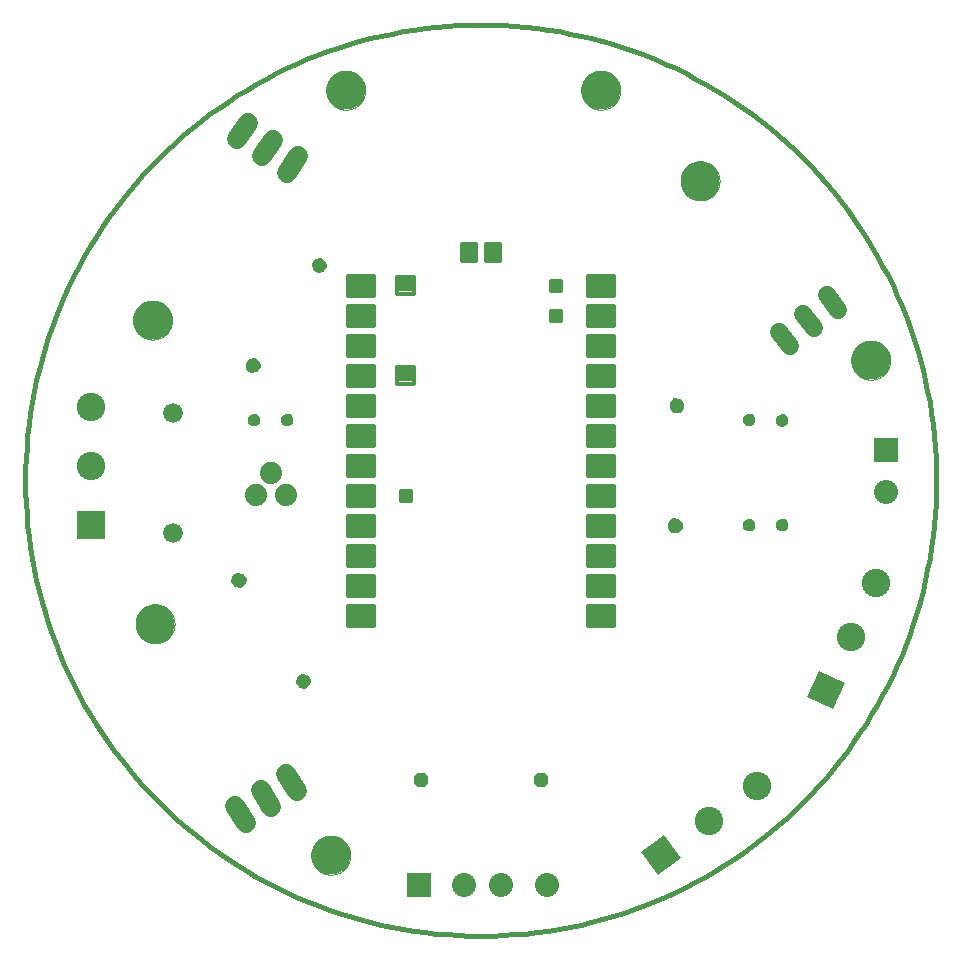
<source format=gts>
G75*
%MOIN*%
%OFA0B0*%
%FSLAX25Y25*%
%IPPOS*%
%LPD*%
%AMOC8*
5,1,8,0,0,1.08239X$1,22.5*
%
%ADD10C,0.01600*%
%ADD11C,0.00500*%
%ADD12C,0.06600*%
%ADD13R,0.08000X0.08000*%
%ADD14C,0.08000*%
%ADD15R,0.08000X0.08000*%
%ADD16R,0.09500X0.09500*%
%ADD17C,0.09500*%
%ADD18R,0.09500X0.09500*%
%ADD19C,0.06600*%
%ADD20C,0.00000*%
%ADD21C,0.13000*%
%ADD22C,0.00960*%
%ADD23OC8,0.04800*%
%ADD24C,0.00900*%
%ADD25C,0.01400*%
%ADD26C,0.01200*%
%ADD27C,0.07400*%
%ADD28C,0.06000*%
D10*
X0109422Y0105422D02*
X0117822Y0105422D01*
X0109422Y0105422D02*
X0109422Y0111822D01*
X0117822Y0111822D01*
X0117822Y0105422D01*
X0117822Y0107021D02*
X0109422Y0107021D01*
X0109422Y0108620D02*
X0117822Y0108620D01*
X0117822Y0110219D02*
X0109422Y0110219D01*
X0109422Y0111818D02*
X0117822Y0111818D01*
X0117822Y0115422D02*
X0109422Y0115422D01*
X0109422Y0121822D01*
X0117822Y0121822D01*
X0117822Y0115422D01*
X0117822Y0117021D02*
X0109422Y0117021D01*
X0109422Y0118620D02*
X0117822Y0118620D01*
X0117822Y0120219D02*
X0109422Y0120219D01*
X0109422Y0121818D02*
X0117822Y0121818D01*
X0117822Y0125422D02*
X0109422Y0125422D01*
X0109422Y0131822D01*
X0117822Y0131822D01*
X0117822Y0125422D01*
X0117822Y0127021D02*
X0109422Y0127021D01*
X0109422Y0128620D02*
X0117822Y0128620D01*
X0117822Y0130219D02*
X0109422Y0130219D01*
X0109422Y0131818D02*
X0117822Y0131818D01*
X0117822Y0135422D02*
X0109422Y0135422D01*
X0109422Y0141822D01*
X0117822Y0141822D01*
X0117822Y0135422D01*
X0117822Y0137021D02*
X0109422Y0137021D01*
X0109422Y0138620D02*
X0117822Y0138620D01*
X0117822Y0140219D02*
X0109422Y0140219D01*
X0109422Y0141818D02*
X0117822Y0141818D01*
X0117822Y0145422D02*
X0109422Y0145422D01*
X0109422Y0151822D01*
X0117822Y0151822D01*
X0117822Y0145422D01*
X0117822Y0147021D02*
X0109422Y0147021D01*
X0109422Y0148620D02*
X0117822Y0148620D01*
X0117822Y0150219D02*
X0109422Y0150219D01*
X0109422Y0151818D02*
X0117822Y0151818D01*
X0117822Y0155422D02*
X0109422Y0155422D01*
X0109422Y0161822D01*
X0117822Y0161822D01*
X0117822Y0155422D01*
X0117822Y0157021D02*
X0109422Y0157021D01*
X0109422Y0158620D02*
X0117822Y0158620D01*
X0117822Y0160219D02*
X0109422Y0160219D01*
X0109422Y0161818D02*
X0117822Y0161818D01*
X0117822Y0165422D02*
X0109422Y0165422D01*
X0109422Y0171822D01*
X0117822Y0171822D01*
X0117822Y0165422D01*
X0117822Y0167021D02*
X0109422Y0167021D01*
X0109422Y0168620D02*
X0117822Y0168620D01*
X0117822Y0170219D02*
X0109422Y0170219D01*
X0109422Y0171818D02*
X0117822Y0171818D01*
X0117822Y0175422D02*
X0109422Y0175422D01*
X0109422Y0181822D01*
X0117822Y0181822D01*
X0117822Y0175422D01*
X0117822Y0177021D02*
X0109422Y0177021D01*
X0109422Y0178620D02*
X0117822Y0178620D01*
X0117822Y0180219D02*
X0109422Y0180219D01*
X0109422Y0181818D02*
X0117822Y0181818D01*
X0117822Y0185422D02*
X0109422Y0185422D01*
X0109422Y0191822D01*
X0117822Y0191822D01*
X0117822Y0185422D01*
X0117822Y0187021D02*
X0109422Y0187021D01*
X0109422Y0188620D02*
X0117822Y0188620D01*
X0117822Y0190219D02*
X0109422Y0190219D01*
X0109422Y0191818D02*
X0117822Y0191818D01*
X0117822Y0195422D02*
X0109422Y0195422D01*
X0109422Y0201822D01*
X0117822Y0201822D01*
X0117822Y0195422D01*
X0117822Y0197021D02*
X0109422Y0197021D01*
X0109422Y0198620D02*
X0117822Y0198620D01*
X0117822Y0200219D02*
X0109422Y0200219D01*
X0109422Y0201818D02*
X0117822Y0201818D01*
X0117822Y0205422D02*
X0109422Y0205422D01*
X0109422Y0211822D01*
X0117822Y0211822D01*
X0117822Y0205422D01*
X0117822Y0207021D02*
X0109422Y0207021D01*
X0109422Y0208620D02*
X0117822Y0208620D01*
X0117822Y0210219D02*
X0109422Y0210219D01*
X0109422Y0211818D02*
X0117822Y0211818D01*
X0117822Y0215422D02*
X0109422Y0215422D01*
X0109422Y0221822D01*
X0117822Y0221822D01*
X0117822Y0215422D01*
X0117822Y0217021D02*
X0109422Y0217021D01*
X0109422Y0218620D02*
X0117822Y0218620D01*
X0117822Y0220219D02*
X0109422Y0220219D01*
X0109422Y0221818D02*
X0117822Y0221818D01*
X0001800Y0153622D02*
X0001846Y0157348D01*
X0001983Y0161072D01*
X0002211Y0164791D01*
X0002531Y0168503D01*
X0002942Y0172207D01*
X0003443Y0175899D01*
X0004035Y0179578D01*
X0004717Y0183241D01*
X0005489Y0186886D01*
X0006350Y0190512D01*
X0007300Y0194115D01*
X0008337Y0197694D01*
X0009463Y0201246D01*
X0010675Y0204769D01*
X0011973Y0208262D01*
X0013357Y0211722D01*
X0014825Y0215147D01*
X0016377Y0218534D01*
X0018011Y0221883D01*
X0019727Y0225190D01*
X0021524Y0228455D01*
X0023400Y0231674D01*
X0025355Y0234846D01*
X0027387Y0237970D01*
X0029495Y0241042D01*
X0031677Y0244062D01*
X0033934Y0247028D01*
X0036262Y0249937D01*
X0038661Y0252788D01*
X0041129Y0255579D01*
X0043665Y0258309D01*
X0046268Y0260976D01*
X0048935Y0263579D01*
X0051665Y0266115D01*
X0054456Y0268583D01*
X0057307Y0270982D01*
X0060216Y0273310D01*
X0063182Y0275567D01*
X0066202Y0277749D01*
X0069274Y0279857D01*
X0072398Y0281889D01*
X0075570Y0283844D01*
X0078789Y0285720D01*
X0082054Y0287517D01*
X0085361Y0289233D01*
X0088710Y0290867D01*
X0092097Y0292419D01*
X0095522Y0293887D01*
X0098982Y0295271D01*
X0102475Y0296569D01*
X0105998Y0297781D01*
X0109550Y0298907D01*
X0113129Y0299944D01*
X0116732Y0300894D01*
X0120358Y0301755D01*
X0124003Y0302527D01*
X0127666Y0303209D01*
X0131345Y0303801D01*
X0135037Y0304302D01*
X0138741Y0304713D01*
X0142453Y0305033D01*
X0146172Y0305261D01*
X0149896Y0305398D01*
X0153622Y0305444D01*
X0157348Y0305398D01*
X0161072Y0305261D01*
X0164791Y0305033D01*
X0168503Y0304713D01*
X0172207Y0304302D01*
X0175899Y0303801D01*
X0179578Y0303209D01*
X0183241Y0302527D01*
X0186886Y0301755D01*
X0190512Y0300894D01*
X0194115Y0299944D01*
X0197694Y0298907D01*
X0201246Y0297781D01*
X0204769Y0296569D01*
X0208262Y0295271D01*
X0211722Y0293887D01*
X0215147Y0292419D01*
X0218534Y0290867D01*
X0221883Y0289233D01*
X0225190Y0287517D01*
X0228455Y0285720D01*
X0231674Y0283844D01*
X0234846Y0281889D01*
X0237970Y0279857D01*
X0241042Y0277749D01*
X0244062Y0275567D01*
X0247028Y0273310D01*
X0249937Y0270982D01*
X0252788Y0268583D01*
X0255579Y0266115D01*
X0258309Y0263579D01*
X0260976Y0260976D01*
X0263579Y0258309D01*
X0266115Y0255579D01*
X0268583Y0252788D01*
X0270982Y0249937D01*
X0273310Y0247028D01*
X0275567Y0244062D01*
X0277749Y0241042D01*
X0279857Y0237970D01*
X0281889Y0234846D01*
X0283844Y0231674D01*
X0285720Y0228455D01*
X0287517Y0225190D01*
X0289233Y0221883D01*
X0290867Y0218534D01*
X0292419Y0215147D01*
X0293887Y0211722D01*
X0295271Y0208262D01*
X0296569Y0204769D01*
X0297781Y0201246D01*
X0298907Y0197694D01*
X0299944Y0194115D01*
X0300894Y0190512D01*
X0301755Y0186886D01*
X0302527Y0183241D01*
X0303209Y0179578D01*
X0303801Y0175899D01*
X0304302Y0172207D01*
X0304713Y0168503D01*
X0305033Y0164791D01*
X0305261Y0161072D01*
X0305398Y0157348D01*
X0305444Y0153622D01*
X0305398Y0149896D01*
X0305261Y0146172D01*
X0305033Y0142453D01*
X0304713Y0138741D01*
X0304302Y0135037D01*
X0303801Y0131345D01*
X0303209Y0127666D01*
X0302527Y0124003D01*
X0301755Y0120358D01*
X0300894Y0116732D01*
X0299944Y0113129D01*
X0298907Y0109550D01*
X0297781Y0105998D01*
X0296569Y0102475D01*
X0295271Y0098982D01*
X0293887Y0095522D01*
X0292419Y0092097D01*
X0290867Y0088710D01*
X0289233Y0085361D01*
X0287517Y0082054D01*
X0285720Y0078789D01*
X0283844Y0075570D01*
X0281889Y0072398D01*
X0279857Y0069274D01*
X0277749Y0066202D01*
X0275567Y0063182D01*
X0273310Y0060216D01*
X0270982Y0057307D01*
X0268583Y0054456D01*
X0266115Y0051665D01*
X0263579Y0048935D01*
X0260976Y0046268D01*
X0258309Y0043665D01*
X0255579Y0041129D01*
X0252788Y0038661D01*
X0249937Y0036262D01*
X0247028Y0033934D01*
X0244062Y0031677D01*
X0241042Y0029495D01*
X0237970Y0027387D01*
X0234846Y0025355D01*
X0231674Y0023400D01*
X0228455Y0021524D01*
X0225190Y0019727D01*
X0221883Y0018011D01*
X0218534Y0016377D01*
X0215147Y0014825D01*
X0211722Y0013357D01*
X0208262Y0011973D01*
X0204769Y0010675D01*
X0201246Y0009463D01*
X0197694Y0008337D01*
X0194115Y0007300D01*
X0190512Y0006350D01*
X0186886Y0005489D01*
X0183241Y0004717D01*
X0179578Y0004035D01*
X0175899Y0003443D01*
X0172207Y0002942D01*
X0168503Y0002531D01*
X0164791Y0002211D01*
X0161072Y0001983D01*
X0157348Y0001846D01*
X0153622Y0001800D01*
X0149896Y0001846D01*
X0146172Y0001983D01*
X0142453Y0002211D01*
X0138741Y0002531D01*
X0135037Y0002942D01*
X0131345Y0003443D01*
X0127666Y0004035D01*
X0124003Y0004717D01*
X0120358Y0005489D01*
X0116732Y0006350D01*
X0113129Y0007300D01*
X0109550Y0008337D01*
X0105998Y0009463D01*
X0102475Y0010675D01*
X0098982Y0011973D01*
X0095522Y0013357D01*
X0092097Y0014825D01*
X0088710Y0016377D01*
X0085361Y0018011D01*
X0082054Y0019727D01*
X0078789Y0021524D01*
X0075570Y0023400D01*
X0072398Y0025355D01*
X0069274Y0027387D01*
X0066202Y0029495D01*
X0063182Y0031677D01*
X0060216Y0033934D01*
X0057307Y0036262D01*
X0054456Y0038661D01*
X0051665Y0041129D01*
X0048935Y0043665D01*
X0046268Y0046268D01*
X0043665Y0048935D01*
X0041129Y0051665D01*
X0038661Y0054456D01*
X0036262Y0057307D01*
X0033934Y0060216D01*
X0031677Y0063182D01*
X0029495Y0066202D01*
X0027387Y0069274D01*
X0025355Y0072398D01*
X0023400Y0075570D01*
X0021524Y0078789D01*
X0019727Y0082054D01*
X0018011Y0085361D01*
X0016377Y0088710D01*
X0014825Y0092097D01*
X0013357Y0095522D01*
X0011973Y0098982D01*
X0010675Y0102475D01*
X0009463Y0105998D01*
X0008337Y0109550D01*
X0007300Y0113129D01*
X0006350Y0116732D01*
X0005489Y0120358D01*
X0004717Y0124003D01*
X0004035Y0127666D01*
X0003443Y0131345D01*
X0002942Y0135037D01*
X0002531Y0138741D01*
X0002211Y0142453D01*
X0001983Y0146172D01*
X0001846Y0149896D01*
X0001800Y0153622D01*
X0189422Y0145422D02*
X0197822Y0145422D01*
X0189422Y0145422D02*
X0189422Y0151822D01*
X0197822Y0151822D01*
X0197822Y0145422D01*
X0197822Y0147021D02*
X0189422Y0147021D01*
X0189422Y0148620D02*
X0197822Y0148620D01*
X0197822Y0150219D02*
X0189422Y0150219D01*
X0189422Y0151818D02*
X0197822Y0151818D01*
X0197822Y0155422D02*
X0189422Y0155422D01*
X0189422Y0161822D01*
X0197822Y0161822D01*
X0197822Y0155422D01*
X0197822Y0157021D02*
X0189422Y0157021D01*
X0189422Y0158620D02*
X0197822Y0158620D01*
X0197822Y0160219D02*
X0189422Y0160219D01*
X0189422Y0161818D02*
X0197822Y0161818D01*
X0197822Y0165422D02*
X0189422Y0165422D01*
X0189422Y0171822D01*
X0197822Y0171822D01*
X0197822Y0165422D01*
X0197822Y0167021D02*
X0189422Y0167021D01*
X0189422Y0168620D02*
X0197822Y0168620D01*
X0197822Y0170219D02*
X0189422Y0170219D01*
X0189422Y0171818D02*
X0197822Y0171818D01*
X0197822Y0175422D02*
X0189422Y0175422D01*
X0189422Y0181822D01*
X0197822Y0181822D01*
X0197822Y0175422D01*
X0197822Y0177021D02*
X0189422Y0177021D01*
X0189422Y0178620D02*
X0197822Y0178620D01*
X0197822Y0180219D02*
X0189422Y0180219D01*
X0189422Y0181818D02*
X0197822Y0181818D01*
X0197822Y0185422D02*
X0189422Y0185422D01*
X0189422Y0191822D01*
X0197822Y0191822D01*
X0197822Y0185422D01*
X0197822Y0187021D02*
X0189422Y0187021D01*
X0189422Y0188620D02*
X0197822Y0188620D01*
X0197822Y0190219D02*
X0189422Y0190219D01*
X0189422Y0191818D02*
X0197822Y0191818D01*
X0197822Y0195422D02*
X0189422Y0195422D01*
X0189422Y0201822D01*
X0197822Y0201822D01*
X0197822Y0195422D01*
X0197822Y0197021D02*
X0189422Y0197021D01*
X0189422Y0198620D02*
X0197822Y0198620D01*
X0197822Y0200219D02*
X0189422Y0200219D01*
X0189422Y0201818D02*
X0197822Y0201818D01*
X0197822Y0205422D02*
X0189422Y0205422D01*
X0189422Y0211822D01*
X0197822Y0211822D01*
X0197822Y0205422D01*
X0197822Y0207021D02*
X0189422Y0207021D01*
X0189422Y0208620D02*
X0197822Y0208620D01*
X0197822Y0210219D02*
X0189422Y0210219D01*
X0189422Y0211818D02*
X0197822Y0211818D01*
X0197822Y0215422D02*
X0189422Y0215422D01*
X0189422Y0221822D01*
X0197822Y0221822D01*
X0197822Y0215422D01*
X0197822Y0217021D02*
X0189422Y0217021D01*
X0189422Y0218620D02*
X0197822Y0218620D01*
X0197822Y0220219D02*
X0189422Y0220219D01*
X0189422Y0221818D02*
X0197822Y0221818D01*
X0197822Y0135422D02*
X0189422Y0135422D01*
X0189422Y0141822D01*
X0197822Y0141822D01*
X0197822Y0135422D01*
X0197822Y0137021D02*
X0189422Y0137021D01*
X0189422Y0138620D02*
X0197822Y0138620D01*
X0197822Y0140219D02*
X0189422Y0140219D01*
X0189422Y0141818D02*
X0197822Y0141818D01*
X0197822Y0125422D02*
X0189422Y0125422D01*
X0189422Y0131822D01*
X0197822Y0131822D01*
X0197822Y0125422D01*
X0197822Y0127021D02*
X0189422Y0127021D01*
X0189422Y0128620D02*
X0197822Y0128620D01*
X0197822Y0130219D02*
X0189422Y0130219D01*
X0189422Y0131818D02*
X0197822Y0131818D01*
X0197822Y0115422D02*
X0189422Y0115422D01*
X0189422Y0121822D01*
X0197822Y0121822D01*
X0197822Y0115422D01*
X0197822Y0117021D02*
X0189422Y0117021D01*
X0189422Y0118620D02*
X0197822Y0118620D01*
X0197822Y0120219D02*
X0189422Y0120219D01*
X0189422Y0121818D02*
X0197822Y0121818D01*
X0197822Y0105422D02*
X0189422Y0105422D01*
X0189422Y0111822D01*
X0197822Y0111822D01*
X0197822Y0105422D01*
X0197822Y0107021D02*
X0189422Y0107021D01*
X0189422Y0108620D02*
X0197822Y0108620D01*
X0197822Y0110219D02*
X0189422Y0110219D01*
X0189422Y0111818D02*
X0197822Y0111818D01*
D11*
X0241529Y0137824D02*
X0241394Y0138182D01*
X0241342Y0138562D01*
X0241377Y0138963D01*
X0241501Y0139345D01*
X0241706Y0139691D01*
X0241983Y0139982D01*
X0242318Y0140205D01*
X0242694Y0140347D01*
X0243092Y0140402D01*
X0243485Y0140351D01*
X0243857Y0140214D01*
X0244189Y0139997D01*
X0244465Y0139712D01*
X0244670Y0139373D01*
X0244794Y0138997D01*
X0244832Y0138602D01*
X0244786Y0138219D01*
X0244655Y0137855D01*
X0244447Y0137530D01*
X0244171Y0137259D01*
X0243842Y0137056D01*
X0243477Y0136932D01*
X0243092Y0136892D01*
X0242711Y0136926D01*
X0242346Y0137044D01*
X0242017Y0137240D01*
X0241740Y0137504D01*
X0241529Y0137824D01*
X0241430Y0138086D02*
X0244738Y0138086D01*
X0244830Y0138585D02*
X0241344Y0138585D01*
X0241416Y0139083D02*
X0244766Y0139083D01*
X0244543Y0139582D02*
X0241641Y0139582D01*
X0242131Y0140080D02*
X0244061Y0140080D01*
X0244484Y0137588D02*
X0241685Y0137588D01*
X0242270Y0137089D02*
X0243896Y0137089D01*
X0252414Y0138182D02*
X0252362Y0138562D01*
X0252397Y0138963D01*
X0252521Y0139345D01*
X0252726Y0139691D01*
X0253003Y0139982D01*
X0253338Y0140205D01*
X0253714Y0140347D01*
X0254112Y0140402D01*
X0254505Y0140351D01*
X0254877Y0140214D01*
X0255209Y0139997D01*
X0255485Y0139712D01*
X0255690Y0139373D01*
X0255814Y0138997D01*
X0255852Y0138602D01*
X0255806Y0138219D01*
X0255675Y0137855D01*
X0255467Y0137530D01*
X0255191Y0137259D01*
X0254862Y0137056D01*
X0254497Y0136932D01*
X0254112Y0136892D01*
X0253731Y0136926D01*
X0253366Y0137044D01*
X0253037Y0137240D01*
X0252760Y0137504D01*
X0252549Y0137824D01*
X0252414Y0138182D01*
X0252450Y0138086D02*
X0255758Y0138086D01*
X0255850Y0138585D02*
X0252364Y0138585D01*
X0252436Y0139083D02*
X0255786Y0139083D01*
X0255564Y0139582D02*
X0252661Y0139582D01*
X0253151Y0140080D02*
X0255081Y0140080D01*
X0255504Y0137588D02*
X0252705Y0137588D01*
X0253290Y0137089D02*
X0254916Y0137089D01*
X0254072Y0171768D02*
X0254457Y0171799D01*
X0254825Y0171915D01*
X0255159Y0172110D01*
X0255440Y0172375D01*
X0255656Y0172695D01*
X0255795Y0173056D01*
X0255850Y0173438D01*
X0255821Y0173833D01*
X0255705Y0174212D01*
X0255508Y0174556D01*
X0255239Y0174847D01*
X0254912Y0175071D01*
X0254543Y0175217D01*
X0254151Y0175277D01*
X0253752Y0175231D01*
X0253373Y0175097D01*
X0253033Y0174882D01*
X0252749Y0174598D01*
X0252536Y0174257D01*
X0252404Y0173877D01*
X0252360Y0173477D01*
X0252403Y0173097D01*
X0252530Y0172735D01*
X0252734Y0172411D01*
X0253005Y0172140D01*
X0253329Y0171937D01*
X0253691Y0171810D01*
X0254072Y0171768D01*
X0253252Y0171985D02*
X0254945Y0171985D01*
X0255513Y0172484D02*
X0252688Y0172484D01*
X0252443Y0172982D02*
X0255766Y0172982D01*
X0255847Y0173481D02*
X0252360Y0173481D01*
X0252440Y0173979D02*
X0255777Y0173979D01*
X0255553Y0174478D02*
X0252674Y0174478D01*
X0253181Y0174976D02*
X0255051Y0174976D01*
X0244804Y0174083D02*
X0244833Y0173688D01*
X0244777Y0173306D01*
X0244639Y0172945D01*
X0244423Y0172625D01*
X0244141Y0172360D01*
X0243808Y0172165D01*
X0243440Y0172049D01*
X0243054Y0172018D01*
X0242674Y0172060D01*
X0242312Y0172187D01*
X0241988Y0172390D01*
X0241717Y0172661D01*
X0241513Y0172985D01*
X0241386Y0173347D01*
X0241343Y0173727D01*
X0241387Y0174127D01*
X0241519Y0174507D01*
X0241732Y0174848D01*
X0242016Y0175132D01*
X0242356Y0175347D01*
X0242735Y0175481D01*
X0243134Y0175527D01*
X0243526Y0175467D01*
X0243895Y0175321D01*
X0244222Y0175097D01*
X0244490Y0174806D01*
X0244688Y0174462D01*
X0244804Y0174083D01*
X0244811Y0173979D02*
X0241371Y0173979D01*
X0241371Y0173481D02*
X0244803Y0173481D01*
X0244653Y0172982D02*
X0241515Y0172982D01*
X0241894Y0172484D02*
X0244273Y0172484D01*
X0244679Y0174478D02*
X0241509Y0174478D01*
X0241860Y0174976D02*
X0244333Y0174976D01*
X0243475Y0175475D02*
X0242717Y0175475D01*
X0090852Y0173602D02*
X0090806Y0173219D01*
X0090675Y0172855D01*
X0090467Y0172530D01*
X0090191Y0172259D01*
X0089862Y0172056D01*
X0089497Y0171932D01*
X0089112Y0171892D01*
X0088731Y0171926D01*
X0088366Y0172044D01*
X0088037Y0172240D01*
X0087760Y0172504D01*
X0087549Y0172824D01*
X0087414Y0173182D01*
X0087362Y0173562D01*
X0087397Y0173963D01*
X0087521Y0174345D01*
X0087726Y0174691D01*
X0088003Y0174982D01*
X0088338Y0175205D01*
X0088714Y0175347D01*
X0089112Y0175402D01*
X0089505Y0175351D01*
X0089877Y0175214D01*
X0090209Y0174997D01*
X0090485Y0174712D01*
X0090690Y0174373D01*
X0090814Y0173997D01*
X0090852Y0173602D01*
X0090837Y0173481D02*
X0087374Y0173481D01*
X0087403Y0173979D02*
X0090816Y0173979D01*
X0090627Y0174478D02*
X0087599Y0174478D01*
X0087997Y0174976D02*
X0090229Y0174976D01*
X0090721Y0172982D02*
X0087490Y0172982D01*
X0087782Y0172484D02*
X0090420Y0172484D01*
X0089653Y0171985D02*
X0088548Y0171985D01*
X0079786Y0173219D02*
X0079655Y0172855D01*
X0079447Y0172530D01*
X0079171Y0172259D01*
X0078842Y0172056D01*
X0078477Y0171932D01*
X0078092Y0171892D01*
X0077711Y0171926D01*
X0077346Y0172044D01*
X0077017Y0172240D01*
X0076740Y0172504D01*
X0076529Y0172824D01*
X0076394Y0173182D01*
X0076342Y0173562D01*
X0076377Y0173963D01*
X0076501Y0174345D01*
X0076706Y0174691D01*
X0076983Y0174982D01*
X0077318Y0175205D01*
X0077694Y0175347D01*
X0078092Y0175402D01*
X0078485Y0175351D01*
X0078857Y0175214D01*
X0079189Y0174997D01*
X0079465Y0174712D01*
X0079670Y0174373D01*
X0079794Y0173997D01*
X0079832Y0173602D01*
X0079786Y0173219D01*
X0079701Y0172982D02*
X0076469Y0172982D01*
X0076353Y0173481D02*
X0079817Y0173481D01*
X0079796Y0173979D02*
X0076383Y0173979D01*
X0076579Y0174478D02*
X0079606Y0174478D01*
X0079209Y0174976D02*
X0076977Y0174976D01*
X0076762Y0172484D02*
X0079400Y0172484D01*
X0078633Y0171985D02*
X0077528Y0171985D01*
D12*
X0051122Y0176122D03*
X0051122Y0136122D03*
D13*
G36*
X0284672Y0159574D02*
X0284574Y0167572D01*
X0292572Y0167670D01*
X0292670Y0159672D01*
X0284672Y0159574D01*
G37*
D14*
X0288791Y0149844D03*
X0175661Y0018622D03*
X0160481Y0018622D03*
X0148102Y0018622D03*
D15*
X0132922Y0018622D03*
D16*
X0023622Y0138622D03*
D17*
X0023622Y0158307D03*
X0023622Y0177992D03*
X0229608Y0040109D03*
X0245594Y0051596D03*
X0276973Y0101448D03*
X0285323Y0119275D03*
D18*
G36*
X0274938Y0085908D02*
X0270908Y0077306D01*
X0262306Y0081336D01*
X0266336Y0089938D01*
X0274938Y0085908D01*
G37*
G36*
X0220251Y0027537D02*
X0212537Y0021993D01*
X0206993Y0029707D01*
X0214707Y0035251D01*
X0220251Y0027537D01*
G37*
D19*
X0075343Y0039370D02*
X0071806Y0044942D01*
X0080250Y0050300D02*
X0083786Y0044728D01*
X0092229Y0050086D02*
X0088693Y0055659D01*
X0088982Y0256127D02*
X0092644Y0261618D01*
X0084324Y0267167D02*
X0080662Y0261676D01*
X0072343Y0267224D02*
X0076005Y0272715D01*
D20*
X0102122Y0283622D02*
X0102124Y0283783D01*
X0102130Y0283943D01*
X0102140Y0284104D01*
X0102154Y0284264D01*
X0102172Y0284424D01*
X0102193Y0284583D01*
X0102219Y0284742D01*
X0102249Y0284900D01*
X0102282Y0285057D01*
X0102320Y0285214D01*
X0102361Y0285369D01*
X0102406Y0285523D01*
X0102455Y0285676D01*
X0102508Y0285828D01*
X0102564Y0285979D01*
X0102625Y0286128D01*
X0102688Y0286276D01*
X0102756Y0286422D01*
X0102827Y0286566D01*
X0102901Y0286708D01*
X0102979Y0286849D01*
X0103061Y0286987D01*
X0103146Y0287124D01*
X0103234Y0287258D01*
X0103326Y0287390D01*
X0103421Y0287520D01*
X0103519Y0287648D01*
X0103620Y0287773D01*
X0103724Y0287895D01*
X0103831Y0288015D01*
X0103941Y0288132D01*
X0104054Y0288247D01*
X0104170Y0288358D01*
X0104289Y0288467D01*
X0104410Y0288572D01*
X0104534Y0288675D01*
X0104660Y0288775D01*
X0104788Y0288871D01*
X0104919Y0288964D01*
X0105053Y0289054D01*
X0105188Y0289141D01*
X0105326Y0289224D01*
X0105465Y0289304D01*
X0105607Y0289380D01*
X0105750Y0289453D01*
X0105895Y0289522D01*
X0106042Y0289588D01*
X0106190Y0289650D01*
X0106340Y0289708D01*
X0106491Y0289763D01*
X0106644Y0289814D01*
X0106798Y0289861D01*
X0106953Y0289904D01*
X0107109Y0289943D01*
X0107265Y0289979D01*
X0107423Y0290010D01*
X0107581Y0290038D01*
X0107740Y0290062D01*
X0107900Y0290082D01*
X0108060Y0290098D01*
X0108220Y0290110D01*
X0108381Y0290118D01*
X0108542Y0290122D01*
X0108702Y0290122D01*
X0108863Y0290118D01*
X0109024Y0290110D01*
X0109184Y0290098D01*
X0109344Y0290082D01*
X0109504Y0290062D01*
X0109663Y0290038D01*
X0109821Y0290010D01*
X0109979Y0289979D01*
X0110135Y0289943D01*
X0110291Y0289904D01*
X0110446Y0289861D01*
X0110600Y0289814D01*
X0110753Y0289763D01*
X0110904Y0289708D01*
X0111054Y0289650D01*
X0111202Y0289588D01*
X0111349Y0289522D01*
X0111494Y0289453D01*
X0111637Y0289380D01*
X0111779Y0289304D01*
X0111918Y0289224D01*
X0112056Y0289141D01*
X0112191Y0289054D01*
X0112325Y0288964D01*
X0112456Y0288871D01*
X0112584Y0288775D01*
X0112710Y0288675D01*
X0112834Y0288572D01*
X0112955Y0288467D01*
X0113074Y0288358D01*
X0113190Y0288247D01*
X0113303Y0288132D01*
X0113413Y0288015D01*
X0113520Y0287895D01*
X0113624Y0287773D01*
X0113725Y0287648D01*
X0113823Y0287520D01*
X0113918Y0287390D01*
X0114010Y0287258D01*
X0114098Y0287124D01*
X0114183Y0286987D01*
X0114265Y0286849D01*
X0114343Y0286708D01*
X0114417Y0286566D01*
X0114488Y0286422D01*
X0114556Y0286276D01*
X0114619Y0286128D01*
X0114680Y0285979D01*
X0114736Y0285828D01*
X0114789Y0285676D01*
X0114838Y0285523D01*
X0114883Y0285369D01*
X0114924Y0285214D01*
X0114962Y0285057D01*
X0114995Y0284900D01*
X0115025Y0284742D01*
X0115051Y0284583D01*
X0115072Y0284424D01*
X0115090Y0284264D01*
X0115104Y0284104D01*
X0115114Y0283943D01*
X0115120Y0283783D01*
X0115122Y0283622D01*
X0115120Y0283461D01*
X0115114Y0283301D01*
X0115104Y0283140D01*
X0115090Y0282980D01*
X0115072Y0282820D01*
X0115051Y0282661D01*
X0115025Y0282502D01*
X0114995Y0282344D01*
X0114962Y0282187D01*
X0114924Y0282030D01*
X0114883Y0281875D01*
X0114838Y0281721D01*
X0114789Y0281568D01*
X0114736Y0281416D01*
X0114680Y0281265D01*
X0114619Y0281116D01*
X0114556Y0280968D01*
X0114488Y0280822D01*
X0114417Y0280678D01*
X0114343Y0280536D01*
X0114265Y0280395D01*
X0114183Y0280257D01*
X0114098Y0280120D01*
X0114010Y0279986D01*
X0113918Y0279854D01*
X0113823Y0279724D01*
X0113725Y0279596D01*
X0113624Y0279471D01*
X0113520Y0279349D01*
X0113413Y0279229D01*
X0113303Y0279112D01*
X0113190Y0278997D01*
X0113074Y0278886D01*
X0112955Y0278777D01*
X0112834Y0278672D01*
X0112710Y0278569D01*
X0112584Y0278469D01*
X0112456Y0278373D01*
X0112325Y0278280D01*
X0112191Y0278190D01*
X0112056Y0278103D01*
X0111918Y0278020D01*
X0111779Y0277940D01*
X0111637Y0277864D01*
X0111494Y0277791D01*
X0111349Y0277722D01*
X0111202Y0277656D01*
X0111054Y0277594D01*
X0110904Y0277536D01*
X0110753Y0277481D01*
X0110600Y0277430D01*
X0110446Y0277383D01*
X0110291Y0277340D01*
X0110135Y0277301D01*
X0109979Y0277265D01*
X0109821Y0277234D01*
X0109663Y0277206D01*
X0109504Y0277182D01*
X0109344Y0277162D01*
X0109184Y0277146D01*
X0109024Y0277134D01*
X0108863Y0277126D01*
X0108702Y0277122D01*
X0108542Y0277122D01*
X0108381Y0277126D01*
X0108220Y0277134D01*
X0108060Y0277146D01*
X0107900Y0277162D01*
X0107740Y0277182D01*
X0107581Y0277206D01*
X0107423Y0277234D01*
X0107265Y0277265D01*
X0107109Y0277301D01*
X0106953Y0277340D01*
X0106798Y0277383D01*
X0106644Y0277430D01*
X0106491Y0277481D01*
X0106340Y0277536D01*
X0106190Y0277594D01*
X0106042Y0277656D01*
X0105895Y0277722D01*
X0105750Y0277791D01*
X0105607Y0277864D01*
X0105465Y0277940D01*
X0105326Y0278020D01*
X0105188Y0278103D01*
X0105053Y0278190D01*
X0104919Y0278280D01*
X0104788Y0278373D01*
X0104660Y0278469D01*
X0104534Y0278569D01*
X0104410Y0278672D01*
X0104289Y0278777D01*
X0104170Y0278886D01*
X0104054Y0278997D01*
X0103941Y0279112D01*
X0103831Y0279229D01*
X0103724Y0279349D01*
X0103620Y0279471D01*
X0103519Y0279596D01*
X0103421Y0279724D01*
X0103326Y0279854D01*
X0103234Y0279986D01*
X0103146Y0280120D01*
X0103061Y0280257D01*
X0102979Y0280395D01*
X0102901Y0280536D01*
X0102827Y0280678D01*
X0102756Y0280822D01*
X0102688Y0280968D01*
X0102625Y0281116D01*
X0102564Y0281265D01*
X0102508Y0281416D01*
X0102455Y0281568D01*
X0102406Y0281721D01*
X0102361Y0281875D01*
X0102320Y0282030D01*
X0102282Y0282187D01*
X0102249Y0282344D01*
X0102219Y0282502D01*
X0102193Y0282661D01*
X0102172Y0282820D01*
X0102154Y0282980D01*
X0102140Y0283140D01*
X0102130Y0283301D01*
X0102124Y0283461D01*
X0102122Y0283622D01*
X0037709Y0207016D02*
X0037711Y0207177D01*
X0037717Y0207337D01*
X0037727Y0207498D01*
X0037741Y0207658D01*
X0037759Y0207818D01*
X0037780Y0207977D01*
X0037806Y0208136D01*
X0037836Y0208294D01*
X0037869Y0208451D01*
X0037907Y0208608D01*
X0037948Y0208763D01*
X0037993Y0208917D01*
X0038042Y0209070D01*
X0038095Y0209222D01*
X0038151Y0209373D01*
X0038212Y0209522D01*
X0038275Y0209670D01*
X0038343Y0209816D01*
X0038414Y0209960D01*
X0038488Y0210102D01*
X0038566Y0210243D01*
X0038648Y0210381D01*
X0038733Y0210518D01*
X0038821Y0210652D01*
X0038913Y0210784D01*
X0039008Y0210914D01*
X0039106Y0211042D01*
X0039207Y0211167D01*
X0039311Y0211289D01*
X0039418Y0211409D01*
X0039528Y0211526D01*
X0039641Y0211641D01*
X0039757Y0211752D01*
X0039876Y0211861D01*
X0039997Y0211966D01*
X0040121Y0212069D01*
X0040247Y0212169D01*
X0040375Y0212265D01*
X0040506Y0212358D01*
X0040640Y0212448D01*
X0040775Y0212535D01*
X0040913Y0212618D01*
X0041052Y0212698D01*
X0041194Y0212774D01*
X0041337Y0212847D01*
X0041482Y0212916D01*
X0041629Y0212982D01*
X0041777Y0213044D01*
X0041927Y0213102D01*
X0042078Y0213157D01*
X0042231Y0213208D01*
X0042385Y0213255D01*
X0042540Y0213298D01*
X0042696Y0213337D01*
X0042852Y0213373D01*
X0043010Y0213404D01*
X0043168Y0213432D01*
X0043327Y0213456D01*
X0043487Y0213476D01*
X0043647Y0213492D01*
X0043807Y0213504D01*
X0043968Y0213512D01*
X0044129Y0213516D01*
X0044289Y0213516D01*
X0044450Y0213512D01*
X0044611Y0213504D01*
X0044771Y0213492D01*
X0044931Y0213476D01*
X0045091Y0213456D01*
X0045250Y0213432D01*
X0045408Y0213404D01*
X0045566Y0213373D01*
X0045722Y0213337D01*
X0045878Y0213298D01*
X0046033Y0213255D01*
X0046187Y0213208D01*
X0046340Y0213157D01*
X0046491Y0213102D01*
X0046641Y0213044D01*
X0046789Y0212982D01*
X0046936Y0212916D01*
X0047081Y0212847D01*
X0047224Y0212774D01*
X0047366Y0212698D01*
X0047505Y0212618D01*
X0047643Y0212535D01*
X0047778Y0212448D01*
X0047912Y0212358D01*
X0048043Y0212265D01*
X0048171Y0212169D01*
X0048297Y0212069D01*
X0048421Y0211966D01*
X0048542Y0211861D01*
X0048661Y0211752D01*
X0048777Y0211641D01*
X0048890Y0211526D01*
X0049000Y0211409D01*
X0049107Y0211289D01*
X0049211Y0211167D01*
X0049312Y0211042D01*
X0049410Y0210914D01*
X0049505Y0210784D01*
X0049597Y0210652D01*
X0049685Y0210518D01*
X0049770Y0210381D01*
X0049852Y0210243D01*
X0049930Y0210102D01*
X0050004Y0209960D01*
X0050075Y0209816D01*
X0050143Y0209670D01*
X0050206Y0209522D01*
X0050267Y0209373D01*
X0050323Y0209222D01*
X0050376Y0209070D01*
X0050425Y0208917D01*
X0050470Y0208763D01*
X0050511Y0208608D01*
X0050549Y0208451D01*
X0050582Y0208294D01*
X0050612Y0208136D01*
X0050638Y0207977D01*
X0050659Y0207818D01*
X0050677Y0207658D01*
X0050691Y0207498D01*
X0050701Y0207337D01*
X0050707Y0207177D01*
X0050709Y0207016D01*
X0050707Y0206855D01*
X0050701Y0206695D01*
X0050691Y0206534D01*
X0050677Y0206374D01*
X0050659Y0206214D01*
X0050638Y0206055D01*
X0050612Y0205896D01*
X0050582Y0205738D01*
X0050549Y0205581D01*
X0050511Y0205424D01*
X0050470Y0205269D01*
X0050425Y0205115D01*
X0050376Y0204962D01*
X0050323Y0204810D01*
X0050267Y0204659D01*
X0050206Y0204510D01*
X0050143Y0204362D01*
X0050075Y0204216D01*
X0050004Y0204072D01*
X0049930Y0203930D01*
X0049852Y0203789D01*
X0049770Y0203651D01*
X0049685Y0203514D01*
X0049597Y0203380D01*
X0049505Y0203248D01*
X0049410Y0203118D01*
X0049312Y0202990D01*
X0049211Y0202865D01*
X0049107Y0202743D01*
X0049000Y0202623D01*
X0048890Y0202506D01*
X0048777Y0202391D01*
X0048661Y0202280D01*
X0048542Y0202171D01*
X0048421Y0202066D01*
X0048297Y0201963D01*
X0048171Y0201863D01*
X0048043Y0201767D01*
X0047912Y0201674D01*
X0047778Y0201584D01*
X0047643Y0201497D01*
X0047505Y0201414D01*
X0047366Y0201334D01*
X0047224Y0201258D01*
X0047081Y0201185D01*
X0046936Y0201116D01*
X0046789Y0201050D01*
X0046641Y0200988D01*
X0046491Y0200930D01*
X0046340Y0200875D01*
X0046187Y0200824D01*
X0046033Y0200777D01*
X0045878Y0200734D01*
X0045722Y0200695D01*
X0045566Y0200659D01*
X0045408Y0200628D01*
X0045250Y0200600D01*
X0045091Y0200576D01*
X0044931Y0200556D01*
X0044771Y0200540D01*
X0044611Y0200528D01*
X0044450Y0200520D01*
X0044289Y0200516D01*
X0044129Y0200516D01*
X0043968Y0200520D01*
X0043807Y0200528D01*
X0043647Y0200540D01*
X0043487Y0200556D01*
X0043327Y0200576D01*
X0043168Y0200600D01*
X0043010Y0200628D01*
X0042852Y0200659D01*
X0042696Y0200695D01*
X0042540Y0200734D01*
X0042385Y0200777D01*
X0042231Y0200824D01*
X0042078Y0200875D01*
X0041927Y0200930D01*
X0041777Y0200988D01*
X0041629Y0201050D01*
X0041482Y0201116D01*
X0041337Y0201185D01*
X0041194Y0201258D01*
X0041052Y0201334D01*
X0040913Y0201414D01*
X0040775Y0201497D01*
X0040640Y0201584D01*
X0040506Y0201674D01*
X0040375Y0201767D01*
X0040247Y0201863D01*
X0040121Y0201963D01*
X0039997Y0202066D01*
X0039876Y0202171D01*
X0039757Y0202280D01*
X0039641Y0202391D01*
X0039528Y0202506D01*
X0039418Y0202623D01*
X0039311Y0202743D01*
X0039207Y0202865D01*
X0039106Y0202990D01*
X0039008Y0203118D01*
X0038913Y0203248D01*
X0038821Y0203380D01*
X0038733Y0203514D01*
X0038648Y0203651D01*
X0038566Y0203789D01*
X0038488Y0203930D01*
X0038414Y0204072D01*
X0038343Y0204216D01*
X0038275Y0204362D01*
X0038212Y0204510D01*
X0038151Y0204659D01*
X0038095Y0204810D01*
X0038042Y0204962D01*
X0037993Y0205115D01*
X0037948Y0205269D01*
X0037907Y0205424D01*
X0037869Y0205581D01*
X0037836Y0205738D01*
X0037806Y0205896D01*
X0037780Y0206055D01*
X0037759Y0206214D01*
X0037741Y0206374D01*
X0037727Y0206534D01*
X0037717Y0206695D01*
X0037711Y0206855D01*
X0037709Y0207016D01*
X0038546Y0105773D02*
X0038548Y0105934D01*
X0038554Y0106094D01*
X0038564Y0106255D01*
X0038578Y0106415D01*
X0038596Y0106575D01*
X0038617Y0106734D01*
X0038643Y0106893D01*
X0038673Y0107051D01*
X0038706Y0107208D01*
X0038744Y0107365D01*
X0038785Y0107520D01*
X0038830Y0107674D01*
X0038879Y0107827D01*
X0038932Y0107979D01*
X0038988Y0108130D01*
X0039049Y0108279D01*
X0039112Y0108427D01*
X0039180Y0108573D01*
X0039251Y0108717D01*
X0039325Y0108859D01*
X0039403Y0109000D01*
X0039485Y0109138D01*
X0039570Y0109275D01*
X0039658Y0109409D01*
X0039750Y0109541D01*
X0039845Y0109671D01*
X0039943Y0109799D01*
X0040044Y0109924D01*
X0040148Y0110046D01*
X0040255Y0110166D01*
X0040365Y0110283D01*
X0040478Y0110398D01*
X0040594Y0110509D01*
X0040713Y0110618D01*
X0040834Y0110723D01*
X0040958Y0110826D01*
X0041084Y0110926D01*
X0041212Y0111022D01*
X0041343Y0111115D01*
X0041477Y0111205D01*
X0041612Y0111292D01*
X0041750Y0111375D01*
X0041889Y0111455D01*
X0042031Y0111531D01*
X0042174Y0111604D01*
X0042319Y0111673D01*
X0042466Y0111739D01*
X0042614Y0111801D01*
X0042764Y0111859D01*
X0042915Y0111914D01*
X0043068Y0111965D01*
X0043222Y0112012D01*
X0043377Y0112055D01*
X0043533Y0112094D01*
X0043689Y0112130D01*
X0043847Y0112161D01*
X0044005Y0112189D01*
X0044164Y0112213D01*
X0044324Y0112233D01*
X0044484Y0112249D01*
X0044644Y0112261D01*
X0044805Y0112269D01*
X0044966Y0112273D01*
X0045126Y0112273D01*
X0045287Y0112269D01*
X0045448Y0112261D01*
X0045608Y0112249D01*
X0045768Y0112233D01*
X0045928Y0112213D01*
X0046087Y0112189D01*
X0046245Y0112161D01*
X0046403Y0112130D01*
X0046559Y0112094D01*
X0046715Y0112055D01*
X0046870Y0112012D01*
X0047024Y0111965D01*
X0047177Y0111914D01*
X0047328Y0111859D01*
X0047478Y0111801D01*
X0047626Y0111739D01*
X0047773Y0111673D01*
X0047918Y0111604D01*
X0048061Y0111531D01*
X0048203Y0111455D01*
X0048342Y0111375D01*
X0048480Y0111292D01*
X0048615Y0111205D01*
X0048749Y0111115D01*
X0048880Y0111022D01*
X0049008Y0110926D01*
X0049134Y0110826D01*
X0049258Y0110723D01*
X0049379Y0110618D01*
X0049498Y0110509D01*
X0049614Y0110398D01*
X0049727Y0110283D01*
X0049837Y0110166D01*
X0049944Y0110046D01*
X0050048Y0109924D01*
X0050149Y0109799D01*
X0050247Y0109671D01*
X0050342Y0109541D01*
X0050434Y0109409D01*
X0050522Y0109275D01*
X0050607Y0109138D01*
X0050689Y0109000D01*
X0050767Y0108859D01*
X0050841Y0108717D01*
X0050912Y0108573D01*
X0050980Y0108427D01*
X0051043Y0108279D01*
X0051104Y0108130D01*
X0051160Y0107979D01*
X0051213Y0107827D01*
X0051262Y0107674D01*
X0051307Y0107520D01*
X0051348Y0107365D01*
X0051386Y0107208D01*
X0051419Y0107051D01*
X0051449Y0106893D01*
X0051475Y0106734D01*
X0051496Y0106575D01*
X0051514Y0106415D01*
X0051528Y0106255D01*
X0051538Y0106094D01*
X0051544Y0105934D01*
X0051546Y0105773D01*
X0051544Y0105612D01*
X0051538Y0105452D01*
X0051528Y0105291D01*
X0051514Y0105131D01*
X0051496Y0104971D01*
X0051475Y0104812D01*
X0051449Y0104653D01*
X0051419Y0104495D01*
X0051386Y0104338D01*
X0051348Y0104181D01*
X0051307Y0104026D01*
X0051262Y0103872D01*
X0051213Y0103719D01*
X0051160Y0103567D01*
X0051104Y0103416D01*
X0051043Y0103267D01*
X0050980Y0103119D01*
X0050912Y0102973D01*
X0050841Y0102829D01*
X0050767Y0102687D01*
X0050689Y0102546D01*
X0050607Y0102408D01*
X0050522Y0102271D01*
X0050434Y0102137D01*
X0050342Y0102005D01*
X0050247Y0101875D01*
X0050149Y0101747D01*
X0050048Y0101622D01*
X0049944Y0101500D01*
X0049837Y0101380D01*
X0049727Y0101263D01*
X0049614Y0101148D01*
X0049498Y0101037D01*
X0049379Y0100928D01*
X0049258Y0100823D01*
X0049134Y0100720D01*
X0049008Y0100620D01*
X0048880Y0100524D01*
X0048749Y0100431D01*
X0048615Y0100341D01*
X0048480Y0100254D01*
X0048342Y0100171D01*
X0048203Y0100091D01*
X0048061Y0100015D01*
X0047918Y0099942D01*
X0047773Y0099873D01*
X0047626Y0099807D01*
X0047478Y0099745D01*
X0047328Y0099687D01*
X0047177Y0099632D01*
X0047024Y0099581D01*
X0046870Y0099534D01*
X0046715Y0099491D01*
X0046559Y0099452D01*
X0046403Y0099416D01*
X0046245Y0099385D01*
X0046087Y0099357D01*
X0045928Y0099333D01*
X0045768Y0099313D01*
X0045608Y0099297D01*
X0045448Y0099285D01*
X0045287Y0099277D01*
X0045126Y0099273D01*
X0044966Y0099273D01*
X0044805Y0099277D01*
X0044644Y0099285D01*
X0044484Y0099297D01*
X0044324Y0099313D01*
X0044164Y0099333D01*
X0044005Y0099357D01*
X0043847Y0099385D01*
X0043689Y0099416D01*
X0043533Y0099452D01*
X0043377Y0099491D01*
X0043222Y0099534D01*
X0043068Y0099581D01*
X0042915Y0099632D01*
X0042764Y0099687D01*
X0042614Y0099745D01*
X0042466Y0099807D01*
X0042319Y0099873D01*
X0042174Y0099942D01*
X0042031Y0100015D01*
X0041889Y0100091D01*
X0041750Y0100171D01*
X0041612Y0100254D01*
X0041477Y0100341D01*
X0041343Y0100431D01*
X0041212Y0100524D01*
X0041084Y0100620D01*
X0040958Y0100720D01*
X0040834Y0100823D01*
X0040713Y0100928D01*
X0040594Y0101037D01*
X0040478Y0101148D01*
X0040365Y0101263D01*
X0040255Y0101380D01*
X0040148Y0101500D01*
X0040044Y0101622D01*
X0039943Y0101747D01*
X0039845Y0101875D01*
X0039750Y0102005D01*
X0039658Y0102137D01*
X0039570Y0102271D01*
X0039485Y0102408D01*
X0039403Y0102546D01*
X0039325Y0102687D01*
X0039251Y0102829D01*
X0039180Y0102973D01*
X0039112Y0103119D01*
X0039049Y0103267D01*
X0038988Y0103416D01*
X0038932Y0103567D01*
X0038879Y0103719D01*
X0038830Y0103872D01*
X0038785Y0104026D01*
X0038744Y0104181D01*
X0038706Y0104338D01*
X0038673Y0104495D01*
X0038643Y0104653D01*
X0038617Y0104812D01*
X0038596Y0104971D01*
X0038578Y0105131D01*
X0038564Y0105291D01*
X0038554Y0105452D01*
X0038548Y0105612D01*
X0038546Y0105773D01*
X0097122Y0028622D02*
X0097124Y0028783D01*
X0097130Y0028943D01*
X0097140Y0029104D01*
X0097154Y0029264D01*
X0097172Y0029424D01*
X0097193Y0029583D01*
X0097219Y0029742D01*
X0097249Y0029900D01*
X0097282Y0030057D01*
X0097320Y0030214D01*
X0097361Y0030369D01*
X0097406Y0030523D01*
X0097455Y0030676D01*
X0097508Y0030828D01*
X0097564Y0030979D01*
X0097625Y0031128D01*
X0097688Y0031276D01*
X0097756Y0031422D01*
X0097827Y0031566D01*
X0097901Y0031708D01*
X0097979Y0031849D01*
X0098061Y0031987D01*
X0098146Y0032124D01*
X0098234Y0032258D01*
X0098326Y0032390D01*
X0098421Y0032520D01*
X0098519Y0032648D01*
X0098620Y0032773D01*
X0098724Y0032895D01*
X0098831Y0033015D01*
X0098941Y0033132D01*
X0099054Y0033247D01*
X0099170Y0033358D01*
X0099289Y0033467D01*
X0099410Y0033572D01*
X0099534Y0033675D01*
X0099660Y0033775D01*
X0099788Y0033871D01*
X0099919Y0033964D01*
X0100053Y0034054D01*
X0100188Y0034141D01*
X0100326Y0034224D01*
X0100465Y0034304D01*
X0100607Y0034380D01*
X0100750Y0034453D01*
X0100895Y0034522D01*
X0101042Y0034588D01*
X0101190Y0034650D01*
X0101340Y0034708D01*
X0101491Y0034763D01*
X0101644Y0034814D01*
X0101798Y0034861D01*
X0101953Y0034904D01*
X0102109Y0034943D01*
X0102265Y0034979D01*
X0102423Y0035010D01*
X0102581Y0035038D01*
X0102740Y0035062D01*
X0102900Y0035082D01*
X0103060Y0035098D01*
X0103220Y0035110D01*
X0103381Y0035118D01*
X0103542Y0035122D01*
X0103702Y0035122D01*
X0103863Y0035118D01*
X0104024Y0035110D01*
X0104184Y0035098D01*
X0104344Y0035082D01*
X0104504Y0035062D01*
X0104663Y0035038D01*
X0104821Y0035010D01*
X0104979Y0034979D01*
X0105135Y0034943D01*
X0105291Y0034904D01*
X0105446Y0034861D01*
X0105600Y0034814D01*
X0105753Y0034763D01*
X0105904Y0034708D01*
X0106054Y0034650D01*
X0106202Y0034588D01*
X0106349Y0034522D01*
X0106494Y0034453D01*
X0106637Y0034380D01*
X0106779Y0034304D01*
X0106918Y0034224D01*
X0107056Y0034141D01*
X0107191Y0034054D01*
X0107325Y0033964D01*
X0107456Y0033871D01*
X0107584Y0033775D01*
X0107710Y0033675D01*
X0107834Y0033572D01*
X0107955Y0033467D01*
X0108074Y0033358D01*
X0108190Y0033247D01*
X0108303Y0033132D01*
X0108413Y0033015D01*
X0108520Y0032895D01*
X0108624Y0032773D01*
X0108725Y0032648D01*
X0108823Y0032520D01*
X0108918Y0032390D01*
X0109010Y0032258D01*
X0109098Y0032124D01*
X0109183Y0031987D01*
X0109265Y0031849D01*
X0109343Y0031708D01*
X0109417Y0031566D01*
X0109488Y0031422D01*
X0109556Y0031276D01*
X0109619Y0031128D01*
X0109680Y0030979D01*
X0109736Y0030828D01*
X0109789Y0030676D01*
X0109838Y0030523D01*
X0109883Y0030369D01*
X0109924Y0030214D01*
X0109962Y0030057D01*
X0109995Y0029900D01*
X0110025Y0029742D01*
X0110051Y0029583D01*
X0110072Y0029424D01*
X0110090Y0029264D01*
X0110104Y0029104D01*
X0110114Y0028943D01*
X0110120Y0028783D01*
X0110122Y0028622D01*
X0110120Y0028461D01*
X0110114Y0028301D01*
X0110104Y0028140D01*
X0110090Y0027980D01*
X0110072Y0027820D01*
X0110051Y0027661D01*
X0110025Y0027502D01*
X0109995Y0027344D01*
X0109962Y0027187D01*
X0109924Y0027030D01*
X0109883Y0026875D01*
X0109838Y0026721D01*
X0109789Y0026568D01*
X0109736Y0026416D01*
X0109680Y0026265D01*
X0109619Y0026116D01*
X0109556Y0025968D01*
X0109488Y0025822D01*
X0109417Y0025678D01*
X0109343Y0025536D01*
X0109265Y0025395D01*
X0109183Y0025257D01*
X0109098Y0025120D01*
X0109010Y0024986D01*
X0108918Y0024854D01*
X0108823Y0024724D01*
X0108725Y0024596D01*
X0108624Y0024471D01*
X0108520Y0024349D01*
X0108413Y0024229D01*
X0108303Y0024112D01*
X0108190Y0023997D01*
X0108074Y0023886D01*
X0107955Y0023777D01*
X0107834Y0023672D01*
X0107710Y0023569D01*
X0107584Y0023469D01*
X0107456Y0023373D01*
X0107325Y0023280D01*
X0107191Y0023190D01*
X0107056Y0023103D01*
X0106918Y0023020D01*
X0106779Y0022940D01*
X0106637Y0022864D01*
X0106494Y0022791D01*
X0106349Y0022722D01*
X0106202Y0022656D01*
X0106054Y0022594D01*
X0105904Y0022536D01*
X0105753Y0022481D01*
X0105600Y0022430D01*
X0105446Y0022383D01*
X0105291Y0022340D01*
X0105135Y0022301D01*
X0104979Y0022265D01*
X0104821Y0022234D01*
X0104663Y0022206D01*
X0104504Y0022182D01*
X0104344Y0022162D01*
X0104184Y0022146D01*
X0104024Y0022134D01*
X0103863Y0022126D01*
X0103702Y0022122D01*
X0103542Y0022122D01*
X0103381Y0022126D01*
X0103220Y0022134D01*
X0103060Y0022146D01*
X0102900Y0022162D01*
X0102740Y0022182D01*
X0102581Y0022206D01*
X0102423Y0022234D01*
X0102265Y0022265D01*
X0102109Y0022301D01*
X0101953Y0022340D01*
X0101798Y0022383D01*
X0101644Y0022430D01*
X0101491Y0022481D01*
X0101340Y0022536D01*
X0101190Y0022594D01*
X0101042Y0022656D01*
X0100895Y0022722D01*
X0100750Y0022791D01*
X0100607Y0022864D01*
X0100465Y0022940D01*
X0100326Y0023020D01*
X0100188Y0023103D01*
X0100053Y0023190D01*
X0099919Y0023280D01*
X0099788Y0023373D01*
X0099660Y0023469D01*
X0099534Y0023569D01*
X0099410Y0023672D01*
X0099289Y0023777D01*
X0099170Y0023886D01*
X0099054Y0023997D01*
X0098941Y0024112D01*
X0098831Y0024229D01*
X0098724Y0024349D01*
X0098620Y0024471D01*
X0098519Y0024596D01*
X0098421Y0024724D01*
X0098326Y0024854D01*
X0098234Y0024986D01*
X0098146Y0025120D01*
X0098061Y0025257D01*
X0097979Y0025395D01*
X0097901Y0025536D01*
X0097827Y0025678D01*
X0097756Y0025822D01*
X0097688Y0025968D01*
X0097625Y0026116D01*
X0097564Y0026265D01*
X0097508Y0026416D01*
X0097455Y0026568D01*
X0097406Y0026721D01*
X0097361Y0026875D01*
X0097320Y0027030D01*
X0097282Y0027187D01*
X0097249Y0027344D01*
X0097219Y0027502D01*
X0097193Y0027661D01*
X0097172Y0027820D01*
X0097154Y0027980D01*
X0097140Y0028140D01*
X0097130Y0028301D01*
X0097124Y0028461D01*
X0097122Y0028622D01*
X0277122Y0193622D02*
X0277124Y0193783D01*
X0277130Y0193943D01*
X0277140Y0194104D01*
X0277154Y0194264D01*
X0277172Y0194424D01*
X0277193Y0194583D01*
X0277219Y0194742D01*
X0277249Y0194900D01*
X0277282Y0195057D01*
X0277320Y0195214D01*
X0277361Y0195369D01*
X0277406Y0195523D01*
X0277455Y0195676D01*
X0277508Y0195828D01*
X0277564Y0195979D01*
X0277625Y0196128D01*
X0277688Y0196276D01*
X0277756Y0196422D01*
X0277827Y0196566D01*
X0277901Y0196708D01*
X0277979Y0196849D01*
X0278061Y0196987D01*
X0278146Y0197124D01*
X0278234Y0197258D01*
X0278326Y0197390D01*
X0278421Y0197520D01*
X0278519Y0197648D01*
X0278620Y0197773D01*
X0278724Y0197895D01*
X0278831Y0198015D01*
X0278941Y0198132D01*
X0279054Y0198247D01*
X0279170Y0198358D01*
X0279289Y0198467D01*
X0279410Y0198572D01*
X0279534Y0198675D01*
X0279660Y0198775D01*
X0279788Y0198871D01*
X0279919Y0198964D01*
X0280053Y0199054D01*
X0280188Y0199141D01*
X0280326Y0199224D01*
X0280465Y0199304D01*
X0280607Y0199380D01*
X0280750Y0199453D01*
X0280895Y0199522D01*
X0281042Y0199588D01*
X0281190Y0199650D01*
X0281340Y0199708D01*
X0281491Y0199763D01*
X0281644Y0199814D01*
X0281798Y0199861D01*
X0281953Y0199904D01*
X0282109Y0199943D01*
X0282265Y0199979D01*
X0282423Y0200010D01*
X0282581Y0200038D01*
X0282740Y0200062D01*
X0282900Y0200082D01*
X0283060Y0200098D01*
X0283220Y0200110D01*
X0283381Y0200118D01*
X0283542Y0200122D01*
X0283702Y0200122D01*
X0283863Y0200118D01*
X0284024Y0200110D01*
X0284184Y0200098D01*
X0284344Y0200082D01*
X0284504Y0200062D01*
X0284663Y0200038D01*
X0284821Y0200010D01*
X0284979Y0199979D01*
X0285135Y0199943D01*
X0285291Y0199904D01*
X0285446Y0199861D01*
X0285600Y0199814D01*
X0285753Y0199763D01*
X0285904Y0199708D01*
X0286054Y0199650D01*
X0286202Y0199588D01*
X0286349Y0199522D01*
X0286494Y0199453D01*
X0286637Y0199380D01*
X0286779Y0199304D01*
X0286918Y0199224D01*
X0287056Y0199141D01*
X0287191Y0199054D01*
X0287325Y0198964D01*
X0287456Y0198871D01*
X0287584Y0198775D01*
X0287710Y0198675D01*
X0287834Y0198572D01*
X0287955Y0198467D01*
X0288074Y0198358D01*
X0288190Y0198247D01*
X0288303Y0198132D01*
X0288413Y0198015D01*
X0288520Y0197895D01*
X0288624Y0197773D01*
X0288725Y0197648D01*
X0288823Y0197520D01*
X0288918Y0197390D01*
X0289010Y0197258D01*
X0289098Y0197124D01*
X0289183Y0196987D01*
X0289265Y0196849D01*
X0289343Y0196708D01*
X0289417Y0196566D01*
X0289488Y0196422D01*
X0289556Y0196276D01*
X0289619Y0196128D01*
X0289680Y0195979D01*
X0289736Y0195828D01*
X0289789Y0195676D01*
X0289838Y0195523D01*
X0289883Y0195369D01*
X0289924Y0195214D01*
X0289962Y0195057D01*
X0289995Y0194900D01*
X0290025Y0194742D01*
X0290051Y0194583D01*
X0290072Y0194424D01*
X0290090Y0194264D01*
X0290104Y0194104D01*
X0290114Y0193943D01*
X0290120Y0193783D01*
X0290122Y0193622D01*
X0290120Y0193461D01*
X0290114Y0193301D01*
X0290104Y0193140D01*
X0290090Y0192980D01*
X0290072Y0192820D01*
X0290051Y0192661D01*
X0290025Y0192502D01*
X0289995Y0192344D01*
X0289962Y0192187D01*
X0289924Y0192030D01*
X0289883Y0191875D01*
X0289838Y0191721D01*
X0289789Y0191568D01*
X0289736Y0191416D01*
X0289680Y0191265D01*
X0289619Y0191116D01*
X0289556Y0190968D01*
X0289488Y0190822D01*
X0289417Y0190678D01*
X0289343Y0190536D01*
X0289265Y0190395D01*
X0289183Y0190257D01*
X0289098Y0190120D01*
X0289010Y0189986D01*
X0288918Y0189854D01*
X0288823Y0189724D01*
X0288725Y0189596D01*
X0288624Y0189471D01*
X0288520Y0189349D01*
X0288413Y0189229D01*
X0288303Y0189112D01*
X0288190Y0188997D01*
X0288074Y0188886D01*
X0287955Y0188777D01*
X0287834Y0188672D01*
X0287710Y0188569D01*
X0287584Y0188469D01*
X0287456Y0188373D01*
X0287325Y0188280D01*
X0287191Y0188190D01*
X0287056Y0188103D01*
X0286918Y0188020D01*
X0286779Y0187940D01*
X0286637Y0187864D01*
X0286494Y0187791D01*
X0286349Y0187722D01*
X0286202Y0187656D01*
X0286054Y0187594D01*
X0285904Y0187536D01*
X0285753Y0187481D01*
X0285600Y0187430D01*
X0285446Y0187383D01*
X0285291Y0187340D01*
X0285135Y0187301D01*
X0284979Y0187265D01*
X0284821Y0187234D01*
X0284663Y0187206D01*
X0284504Y0187182D01*
X0284344Y0187162D01*
X0284184Y0187146D01*
X0284024Y0187134D01*
X0283863Y0187126D01*
X0283702Y0187122D01*
X0283542Y0187122D01*
X0283381Y0187126D01*
X0283220Y0187134D01*
X0283060Y0187146D01*
X0282900Y0187162D01*
X0282740Y0187182D01*
X0282581Y0187206D01*
X0282423Y0187234D01*
X0282265Y0187265D01*
X0282109Y0187301D01*
X0281953Y0187340D01*
X0281798Y0187383D01*
X0281644Y0187430D01*
X0281491Y0187481D01*
X0281340Y0187536D01*
X0281190Y0187594D01*
X0281042Y0187656D01*
X0280895Y0187722D01*
X0280750Y0187791D01*
X0280607Y0187864D01*
X0280465Y0187940D01*
X0280326Y0188020D01*
X0280188Y0188103D01*
X0280053Y0188190D01*
X0279919Y0188280D01*
X0279788Y0188373D01*
X0279660Y0188469D01*
X0279534Y0188569D01*
X0279410Y0188672D01*
X0279289Y0188777D01*
X0279170Y0188886D01*
X0279054Y0188997D01*
X0278941Y0189112D01*
X0278831Y0189229D01*
X0278724Y0189349D01*
X0278620Y0189471D01*
X0278519Y0189596D01*
X0278421Y0189724D01*
X0278326Y0189854D01*
X0278234Y0189986D01*
X0278146Y0190120D01*
X0278061Y0190257D01*
X0277979Y0190395D01*
X0277901Y0190536D01*
X0277827Y0190678D01*
X0277756Y0190822D01*
X0277688Y0190968D01*
X0277625Y0191116D01*
X0277564Y0191265D01*
X0277508Y0191416D01*
X0277455Y0191568D01*
X0277406Y0191721D01*
X0277361Y0191875D01*
X0277320Y0192030D01*
X0277282Y0192187D01*
X0277249Y0192344D01*
X0277219Y0192502D01*
X0277193Y0192661D01*
X0277172Y0192820D01*
X0277154Y0192980D01*
X0277140Y0193140D01*
X0277130Y0193301D01*
X0277124Y0193461D01*
X0277122Y0193622D01*
X0220215Y0253436D02*
X0220217Y0253597D01*
X0220223Y0253757D01*
X0220233Y0253918D01*
X0220247Y0254078D01*
X0220265Y0254238D01*
X0220286Y0254397D01*
X0220312Y0254556D01*
X0220342Y0254714D01*
X0220375Y0254871D01*
X0220413Y0255028D01*
X0220454Y0255183D01*
X0220499Y0255337D01*
X0220548Y0255490D01*
X0220601Y0255642D01*
X0220657Y0255793D01*
X0220718Y0255942D01*
X0220781Y0256090D01*
X0220849Y0256236D01*
X0220920Y0256380D01*
X0220994Y0256522D01*
X0221072Y0256663D01*
X0221154Y0256801D01*
X0221239Y0256938D01*
X0221327Y0257072D01*
X0221419Y0257204D01*
X0221514Y0257334D01*
X0221612Y0257462D01*
X0221713Y0257587D01*
X0221817Y0257709D01*
X0221924Y0257829D01*
X0222034Y0257946D01*
X0222147Y0258061D01*
X0222263Y0258172D01*
X0222382Y0258281D01*
X0222503Y0258386D01*
X0222627Y0258489D01*
X0222753Y0258589D01*
X0222881Y0258685D01*
X0223012Y0258778D01*
X0223146Y0258868D01*
X0223281Y0258955D01*
X0223419Y0259038D01*
X0223558Y0259118D01*
X0223700Y0259194D01*
X0223843Y0259267D01*
X0223988Y0259336D01*
X0224135Y0259402D01*
X0224283Y0259464D01*
X0224433Y0259522D01*
X0224584Y0259577D01*
X0224737Y0259628D01*
X0224891Y0259675D01*
X0225046Y0259718D01*
X0225202Y0259757D01*
X0225358Y0259793D01*
X0225516Y0259824D01*
X0225674Y0259852D01*
X0225833Y0259876D01*
X0225993Y0259896D01*
X0226153Y0259912D01*
X0226313Y0259924D01*
X0226474Y0259932D01*
X0226635Y0259936D01*
X0226795Y0259936D01*
X0226956Y0259932D01*
X0227117Y0259924D01*
X0227277Y0259912D01*
X0227437Y0259896D01*
X0227597Y0259876D01*
X0227756Y0259852D01*
X0227914Y0259824D01*
X0228072Y0259793D01*
X0228228Y0259757D01*
X0228384Y0259718D01*
X0228539Y0259675D01*
X0228693Y0259628D01*
X0228846Y0259577D01*
X0228997Y0259522D01*
X0229147Y0259464D01*
X0229295Y0259402D01*
X0229442Y0259336D01*
X0229587Y0259267D01*
X0229730Y0259194D01*
X0229872Y0259118D01*
X0230011Y0259038D01*
X0230149Y0258955D01*
X0230284Y0258868D01*
X0230418Y0258778D01*
X0230549Y0258685D01*
X0230677Y0258589D01*
X0230803Y0258489D01*
X0230927Y0258386D01*
X0231048Y0258281D01*
X0231167Y0258172D01*
X0231283Y0258061D01*
X0231396Y0257946D01*
X0231506Y0257829D01*
X0231613Y0257709D01*
X0231717Y0257587D01*
X0231818Y0257462D01*
X0231916Y0257334D01*
X0232011Y0257204D01*
X0232103Y0257072D01*
X0232191Y0256938D01*
X0232276Y0256801D01*
X0232358Y0256663D01*
X0232436Y0256522D01*
X0232510Y0256380D01*
X0232581Y0256236D01*
X0232649Y0256090D01*
X0232712Y0255942D01*
X0232773Y0255793D01*
X0232829Y0255642D01*
X0232882Y0255490D01*
X0232931Y0255337D01*
X0232976Y0255183D01*
X0233017Y0255028D01*
X0233055Y0254871D01*
X0233088Y0254714D01*
X0233118Y0254556D01*
X0233144Y0254397D01*
X0233165Y0254238D01*
X0233183Y0254078D01*
X0233197Y0253918D01*
X0233207Y0253757D01*
X0233213Y0253597D01*
X0233215Y0253436D01*
X0233213Y0253275D01*
X0233207Y0253115D01*
X0233197Y0252954D01*
X0233183Y0252794D01*
X0233165Y0252634D01*
X0233144Y0252475D01*
X0233118Y0252316D01*
X0233088Y0252158D01*
X0233055Y0252001D01*
X0233017Y0251844D01*
X0232976Y0251689D01*
X0232931Y0251535D01*
X0232882Y0251382D01*
X0232829Y0251230D01*
X0232773Y0251079D01*
X0232712Y0250930D01*
X0232649Y0250782D01*
X0232581Y0250636D01*
X0232510Y0250492D01*
X0232436Y0250350D01*
X0232358Y0250209D01*
X0232276Y0250071D01*
X0232191Y0249934D01*
X0232103Y0249800D01*
X0232011Y0249668D01*
X0231916Y0249538D01*
X0231818Y0249410D01*
X0231717Y0249285D01*
X0231613Y0249163D01*
X0231506Y0249043D01*
X0231396Y0248926D01*
X0231283Y0248811D01*
X0231167Y0248700D01*
X0231048Y0248591D01*
X0230927Y0248486D01*
X0230803Y0248383D01*
X0230677Y0248283D01*
X0230549Y0248187D01*
X0230418Y0248094D01*
X0230284Y0248004D01*
X0230149Y0247917D01*
X0230011Y0247834D01*
X0229872Y0247754D01*
X0229730Y0247678D01*
X0229587Y0247605D01*
X0229442Y0247536D01*
X0229295Y0247470D01*
X0229147Y0247408D01*
X0228997Y0247350D01*
X0228846Y0247295D01*
X0228693Y0247244D01*
X0228539Y0247197D01*
X0228384Y0247154D01*
X0228228Y0247115D01*
X0228072Y0247079D01*
X0227914Y0247048D01*
X0227756Y0247020D01*
X0227597Y0246996D01*
X0227437Y0246976D01*
X0227277Y0246960D01*
X0227117Y0246948D01*
X0226956Y0246940D01*
X0226795Y0246936D01*
X0226635Y0246936D01*
X0226474Y0246940D01*
X0226313Y0246948D01*
X0226153Y0246960D01*
X0225993Y0246976D01*
X0225833Y0246996D01*
X0225674Y0247020D01*
X0225516Y0247048D01*
X0225358Y0247079D01*
X0225202Y0247115D01*
X0225046Y0247154D01*
X0224891Y0247197D01*
X0224737Y0247244D01*
X0224584Y0247295D01*
X0224433Y0247350D01*
X0224283Y0247408D01*
X0224135Y0247470D01*
X0223988Y0247536D01*
X0223843Y0247605D01*
X0223700Y0247678D01*
X0223558Y0247754D01*
X0223419Y0247834D01*
X0223281Y0247917D01*
X0223146Y0248004D01*
X0223012Y0248094D01*
X0222881Y0248187D01*
X0222753Y0248283D01*
X0222627Y0248383D01*
X0222503Y0248486D01*
X0222382Y0248591D01*
X0222263Y0248700D01*
X0222147Y0248811D01*
X0222034Y0248926D01*
X0221924Y0249043D01*
X0221817Y0249163D01*
X0221713Y0249285D01*
X0221612Y0249410D01*
X0221514Y0249538D01*
X0221419Y0249668D01*
X0221327Y0249800D01*
X0221239Y0249934D01*
X0221154Y0250071D01*
X0221072Y0250209D01*
X0220994Y0250350D01*
X0220920Y0250492D01*
X0220849Y0250636D01*
X0220781Y0250782D01*
X0220718Y0250930D01*
X0220657Y0251079D01*
X0220601Y0251230D01*
X0220548Y0251382D01*
X0220499Y0251535D01*
X0220454Y0251689D01*
X0220413Y0251844D01*
X0220375Y0252001D01*
X0220342Y0252158D01*
X0220312Y0252316D01*
X0220286Y0252475D01*
X0220265Y0252634D01*
X0220247Y0252794D01*
X0220233Y0252954D01*
X0220223Y0253115D01*
X0220217Y0253275D01*
X0220215Y0253436D01*
X0187122Y0283622D02*
X0187124Y0283783D01*
X0187130Y0283943D01*
X0187140Y0284104D01*
X0187154Y0284264D01*
X0187172Y0284424D01*
X0187193Y0284583D01*
X0187219Y0284742D01*
X0187249Y0284900D01*
X0187282Y0285057D01*
X0187320Y0285214D01*
X0187361Y0285369D01*
X0187406Y0285523D01*
X0187455Y0285676D01*
X0187508Y0285828D01*
X0187564Y0285979D01*
X0187625Y0286128D01*
X0187688Y0286276D01*
X0187756Y0286422D01*
X0187827Y0286566D01*
X0187901Y0286708D01*
X0187979Y0286849D01*
X0188061Y0286987D01*
X0188146Y0287124D01*
X0188234Y0287258D01*
X0188326Y0287390D01*
X0188421Y0287520D01*
X0188519Y0287648D01*
X0188620Y0287773D01*
X0188724Y0287895D01*
X0188831Y0288015D01*
X0188941Y0288132D01*
X0189054Y0288247D01*
X0189170Y0288358D01*
X0189289Y0288467D01*
X0189410Y0288572D01*
X0189534Y0288675D01*
X0189660Y0288775D01*
X0189788Y0288871D01*
X0189919Y0288964D01*
X0190053Y0289054D01*
X0190188Y0289141D01*
X0190326Y0289224D01*
X0190465Y0289304D01*
X0190607Y0289380D01*
X0190750Y0289453D01*
X0190895Y0289522D01*
X0191042Y0289588D01*
X0191190Y0289650D01*
X0191340Y0289708D01*
X0191491Y0289763D01*
X0191644Y0289814D01*
X0191798Y0289861D01*
X0191953Y0289904D01*
X0192109Y0289943D01*
X0192265Y0289979D01*
X0192423Y0290010D01*
X0192581Y0290038D01*
X0192740Y0290062D01*
X0192900Y0290082D01*
X0193060Y0290098D01*
X0193220Y0290110D01*
X0193381Y0290118D01*
X0193542Y0290122D01*
X0193702Y0290122D01*
X0193863Y0290118D01*
X0194024Y0290110D01*
X0194184Y0290098D01*
X0194344Y0290082D01*
X0194504Y0290062D01*
X0194663Y0290038D01*
X0194821Y0290010D01*
X0194979Y0289979D01*
X0195135Y0289943D01*
X0195291Y0289904D01*
X0195446Y0289861D01*
X0195600Y0289814D01*
X0195753Y0289763D01*
X0195904Y0289708D01*
X0196054Y0289650D01*
X0196202Y0289588D01*
X0196349Y0289522D01*
X0196494Y0289453D01*
X0196637Y0289380D01*
X0196779Y0289304D01*
X0196918Y0289224D01*
X0197056Y0289141D01*
X0197191Y0289054D01*
X0197325Y0288964D01*
X0197456Y0288871D01*
X0197584Y0288775D01*
X0197710Y0288675D01*
X0197834Y0288572D01*
X0197955Y0288467D01*
X0198074Y0288358D01*
X0198190Y0288247D01*
X0198303Y0288132D01*
X0198413Y0288015D01*
X0198520Y0287895D01*
X0198624Y0287773D01*
X0198725Y0287648D01*
X0198823Y0287520D01*
X0198918Y0287390D01*
X0199010Y0287258D01*
X0199098Y0287124D01*
X0199183Y0286987D01*
X0199265Y0286849D01*
X0199343Y0286708D01*
X0199417Y0286566D01*
X0199488Y0286422D01*
X0199556Y0286276D01*
X0199619Y0286128D01*
X0199680Y0285979D01*
X0199736Y0285828D01*
X0199789Y0285676D01*
X0199838Y0285523D01*
X0199883Y0285369D01*
X0199924Y0285214D01*
X0199962Y0285057D01*
X0199995Y0284900D01*
X0200025Y0284742D01*
X0200051Y0284583D01*
X0200072Y0284424D01*
X0200090Y0284264D01*
X0200104Y0284104D01*
X0200114Y0283943D01*
X0200120Y0283783D01*
X0200122Y0283622D01*
X0200120Y0283461D01*
X0200114Y0283301D01*
X0200104Y0283140D01*
X0200090Y0282980D01*
X0200072Y0282820D01*
X0200051Y0282661D01*
X0200025Y0282502D01*
X0199995Y0282344D01*
X0199962Y0282187D01*
X0199924Y0282030D01*
X0199883Y0281875D01*
X0199838Y0281721D01*
X0199789Y0281568D01*
X0199736Y0281416D01*
X0199680Y0281265D01*
X0199619Y0281116D01*
X0199556Y0280968D01*
X0199488Y0280822D01*
X0199417Y0280678D01*
X0199343Y0280536D01*
X0199265Y0280395D01*
X0199183Y0280257D01*
X0199098Y0280120D01*
X0199010Y0279986D01*
X0198918Y0279854D01*
X0198823Y0279724D01*
X0198725Y0279596D01*
X0198624Y0279471D01*
X0198520Y0279349D01*
X0198413Y0279229D01*
X0198303Y0279112D01*
X0198190Y0278997D01*
X0198074Y0278886D01*
X0197955Y0278777D01*
X0197834Y0278672D01*
X0197710Y0278569D01*
X0197584Y0278469D01*
X0197456Y0278373D01*
X0197325Y0278280D01*
X0197191Y0278190D01*
X0197056Y0278103D01*
X0196918Y0278020D01*
X0196779Y0277940D01*
X0196637Y0277864D01*
X0196494Y0277791D01*
X0196349Y0277722D01*
X0196202Y0277656D01*
X0196054Y0277594D01*
X0195904Y0277536D01*
X0195753Y0277481D01*
X0195600Y0277430D01*
X0195446Y0277383D01*
X0195291Y0277340D01*
X0195135Y0277301D01*
X0194979Y0277265D01*
X0194821Y0277234D01*
X0194663Y0277206D01*
X0194504Y0277182D01*
X0194344Y0277162D01*
X0194184Y0277146D01*
X0194024Y0277134D01*
X0193863Y0277126D01*
X0193702Y0277122D01*
X0193542Y0277122D01*
X0193381Y0277126D01*
X0193220Y0277134D01*
X0193060Y0277146D01*
X0192900Y0277162D01*
X0192740Y0277182D01*
X0192581Y0277206D01*
X0192423Y0277234D01*
X0192265Y0277265D01*
X0192109Y0277301D01*
X0191953Y0277340D01*
X0191798Y0277383D01*
X0191644Y0277430D01*
X0191491Y0277481D01*
X0191340Y0277536D01*
X0191190Y0277594D01*
X0191042Y0277656D01*
X0190895Y0277722D01*
X0190750Y0277791D01*
X0190607Y0277864D01*
X0190465Y0277940D01*
X0190326Y0278020D01*
X0190188Y0278103D01*
X0190053Y0278190D01*
X0189919Y0278280D01*
X0189788Y0278373D01*
X0189660Y0278469D01*
X0189534Y0278569D01*
X0189410Y0278672D01*
X0189289Y0278777D01*
X0189170Y0278886D01*
X0189054Y0278997D01*
X0188941Y0279112D01*
X0188831Y0279229D01*
X0188724Y0279349D01*
X0188620Y0279471D01*
X0188519Y0279596D01*
X0188421Y0279724D01*
X0188326Y0279854D01*
X0188234Y0279986D01*
X0188146Y0280120D01*
X0188061Y0280257D01*
X0187979Y0280395D01*
X0187901Y0280536D01*
X0187827Y0280678D01*
X0187756Y0280822D01*
X0187688Y0280968D01*
X0187625Y0281116D01*
X0187564Y0281265D01*
X0187508Y0281416D01*
X0187455Y0281568D01*
X0187406Y0281721D01*
X0187361Y0281875D01*
X0187320Y0282030D01*
X0187282Y0282187D01*
X0187249Y0282344D01*
X0187219Y0282502D01*
X0187193Y0282661D01*
X0187172Y0282820D01*
X0187154Y0282980D01*
X0187140Y0283140D01*
X0187130Y0283301D01*
X0187124Y0283461D01*
X0187122Y0283622D01*
D21*
X0193622Y0283622D03*
X0226715Y0253436D03*
X0283622Y0193622D03*
X0108622Y0283622D03*
X0044209Y0207016D03*
X0045046Y0105773D03*
X0103622Y0028622D03*
D22*
X0094282Y0085208D02*
X0094762Y0084728D01*
X0093209Y0085069D01*
X0092353Y0086409D01*
X0092694Y0087962D01*
X0094034Y0088818D01*
X0095587Y0088477D01*
X0096443Y0087137D01*
X0096102Y0085584D01*
X0094762Y0084728D01*
X0094625Y0085495D01*
X0093655Y0085708D01*
X0093120Y0086546D01*
X0093333Y0087516D01*
X0094171Y0088051D01*
X0095141Y0087838D01*
X0095676Y0087000D01*
X0095463Y0086030D01*
X0094625Y0085495D01*
X0094489Y0086262D01*
X0094101Y0086348D01*
X0093887Y0086682D01*
X0093973Y0087070D01*
X0094307Y0087284D01*
X0094695Y0087198D01*
X0094909Y0086864D01*
X0094823Y0086476D01*
X0094489Y0086262D01*
X0072731Y0118906D02*
X0073211Y0118426D01*
X0071658Y0118767D01*
X0070802Y0120107D01*
X0071143Y0121660D01*
X0072483Y0122516D01*
X0074036Y0122175D01*
X0074892Y0120835D01*
X0074551Y0119282D01*
X0073211Y0118426D01*
X0073074Y0119193D01*
X0072104Y0119406D01*
X0071569Y0120244D01*
X0071782Y0121214D01*
X0072620Y0121749D01*
X0073590Y0121536D01*
X0074125Y0120698D01*
X0073912Y0119728D01*
X0073074Y0119193D01*
X0072938Y0119960D01*
X0072550Y0120046D01*
X0072336Y0120380D01*
X0072422Y0120768D01*
X0072756Y0120982D01*
X0073144Y0120896D01*
X0073358Y0120562D01*
X0073272Y0120174D01*
X0072938Y0119960D01*
X0078826Y0192627D02*
X0079306Y0193107D01*
X0079623Y0191549D01*
X0078746Y0190223D01*
X0077188Y0189906D01*
X0075862Y0190783D01*
X0075545Y0192341D01*
X0076422Y0193667D01*
X0077980Y0193984D01*
X0079306Y0193107D01*
X0078660Y0192671D01*
X0078858Y0191698D01*
X0078310Y0190869D01*
X0077337Y0190671D01*
X0076508Y0191219D01*
X0076310Y0192192D01*
X0076858Y0193021D01*
X0077831Y0193219D01*
X0078660Y0192671D01*
X0078014Y0192235D01*
X0078093Y0191846D01*
X0077874Y0191515D01*
X0077485Y0191436D01*
X0077154Y0191655D01*
X0077075Y0192044D01*
X0077294Y0192375D01*
X0077683Y0192454D01*
X0078014Y0192235D01*
X0100903Y0225982D02*
X0101383Y0226462D01*
X0101700Y0224904D01*
X0100823Y0223578D01*
X0099265Y0223261D01*
X0097939Y0224138D01*
X0097622Y0225696D01*
X0098499Y0227022D01*
X0100057Y0227339D01*
X0101383Y0226462D01*
X0100737Y0226026D01*
X0100935Y0225053D01*
X0100387Y0224224D01*
X0099414Y0224026D01*
X0098585Y0224574D01*
X0098387Y0225547D01*
X0098935Y0226376D01*
X0099908Y0226574D01*
X0100737Y0226026D01*
X0100091Y0225590D01*
X0100170Y0225201D01*
X0099951Y0224870D01*
X0099562Y0224791D01*
X0099231Y0225010D01*
X0099152Y0225399D01*
X0099371Y0225730D01*
X0099760Y0225809D01*
X0100091Y0225590D01*
X0219242Y0180048D02*
X0219722Y0180528D01*
X0220831Y0179388D01*
X0220809Y0177799D01*
X0219669Y0176690D01*
X0218080Y0176712D01*
X0216971Y0177852D01*
X0216993Y0179441D01*
X0218133Y0180550D01*
X0219722Y0180528D01*
X0219414Y0179812D01*
X0220107Y0179100D01*
X0220093Y0178107D01*
X0219381Y0177414D01*
X0218388Y0177428D01*
X0217695Y0178140D01*
X0217709Y0179133D01*
X0218421Y0179826D01*
X0219414Y0179812D01*
X0219105Y0179097D01*
X0219383Y0178811D01*
X0219378Y0178416D01*
X0219092Y0178138D01*
X0218697Y0178143D01*
X0218419Y0178429D01*
X0218424Y0178824D01*
X0218710Y0179102D01*
X0219105Y0179097D01*
X0218684Y0140052D02*
X0219164Y0140532D01*
X0220273Y0139392D01*
X0220251Y0137803D01*
X0219111Y0136694D01*
X0217522Y0136716D01*
X0216413Y0137856D01*
X0216435Y0139445D01*
X0217575Y0140554D01*
X0219164Y0140532D01*
X0218856Y0139816D01*
X0219549Y0139104D01*
X0219535Y0138111D01*
X0218823Y0137418D01*
X0217830Y0137432D01*
X0217137Y0138144D01*
X0217151Y0139137D01*
X0217863Y0139830D01*
X0218856Y0139816D01*
X0218547Y0139101D01*
X0218825Y0138815D01*
X0218820Y0138420D01*
X0218534Y0138142D01*
X0218139Y0138147D01*
X0217861Y0138433D01*
X0217866Y0138828D01*
X0218152Y0139106D01*
X0218547Y0139101D01*
D23*
X0173622Y0053622D03*
X0133622Y0053622D03*
D24*
X0130422Y0146822D02*
X0126822Y0146822D01*
X0126822Y0150422D01*
X0130422Y0150422D01*
X0130422Y0146822D01*
X0130422Y0147721D02*
X0126822Y0147721D01*
X0126822Y0148620D02*
X0130422Y0148620D01*
X0130422Y0149519D02*
X0126822Y0149519D01*
X0126822Y0150418D02*
X0130422Y0150418D01*
X0176822Y0206822D02*
X0180422Y0206822D01*
X0176822Y0206822D02*
X0176822Y0210422D01*
X0180422Y0210422D01*
X0180422Y0206822D01*
X0180422Y0207721D02*
X0176822Y0207721D01*
X0176822Y0208620D02*
X0180422Y0208620D01*
X0180422Y0209519D02*
X0176822Y0209519D01*
X0176822Y0210418D02*
X0180422Y0210418D01*
X0180422Y0216822D02*
X0176822Y0216822D01*
X0176822Y0220422D01*
X0180422Y0220422D01*
X0180422Y0216822D01*
X0180422Y0217721D02*
X0176822Y0217721D01*
X0176822Y0218620D02*
X0180422Y0218620D01*
X0180422Y0219519D02*
X0176822Y0219519D01*
X0176822Y0220418D02*
X0180422Y0220418D01*
D25*
X0131422Y0215822D02*
X0125822Y0215822D01*
X0125822Y0221422D01*
X0131422Y0221422D01*
X0131422Y0215822D01*
X0131422Y0217221D02*
X0125822Y0217221D01*
X0125822Y0218620D02*
X0131422Y0218620D01*
X0131422Y0220019D02*
X0125822Y0220019D01*
X0125822Y0221418D02*
X0131422Y0221418D01*
X0131422Y0185822D02*
X0125822Y0185822D01*
X0125822Y0191422D01*
X0131422Y0191422D01*
X0131422Y0185822D01*
X0131422Y0187221D02*
X0125822Y0187221D01*
X0125822Y0188620D02*
X0131422Y0188620D01*
X0131422Y0190019D02*
X0125822Y0190019D01*
X0125822Y0191418D02*
X0131422Y0191418D01*
D26*
X0147222Y0226722D02*
X0152022Y0226722D01*
X0147222Y0226722D02*
X0147222Y0232522D01*
X0152022Y0232522D01*
X0152022Y0226722D01*
X0152022Y0227921D02*
X0147222Y0227921D01*
X0147222Y0229120D02*
X0152022Y0229120D01*
X0152022Y0230319D02*
X0147222Y0230319D01*
X0147222Y0231518D02*
X0152022Y0231518D01*
X0155222Y0226722D02*
X0160022Y0226722D01*
X0155222Y0226722D02*
X0155222Y0232522D01*
X0160022Y0232522D01*
X0160022Y0226722D01*
X0160022Y0227921D02*
X0155222Y0227921D01*
X0155222Y0229120D02*
X0160022Y0229120D01*
X0160022Y0230319D02*
X0155222Y0230319D01*
X0155222Y0231518D02*
X0160022Y0231518D01*
D27*
X0083622Y0156122D03*
X0078622Y0148622D03*
X0088622Y0148622D03*
D28*
X0253048Y0203012D02*
X0256717Y0198265D01*
X0264630Y0204380D02*
X0260961Y0209128D01*
X0268873Y0215243D02*
X0272542Y0210496D01*
M02*

</source>
